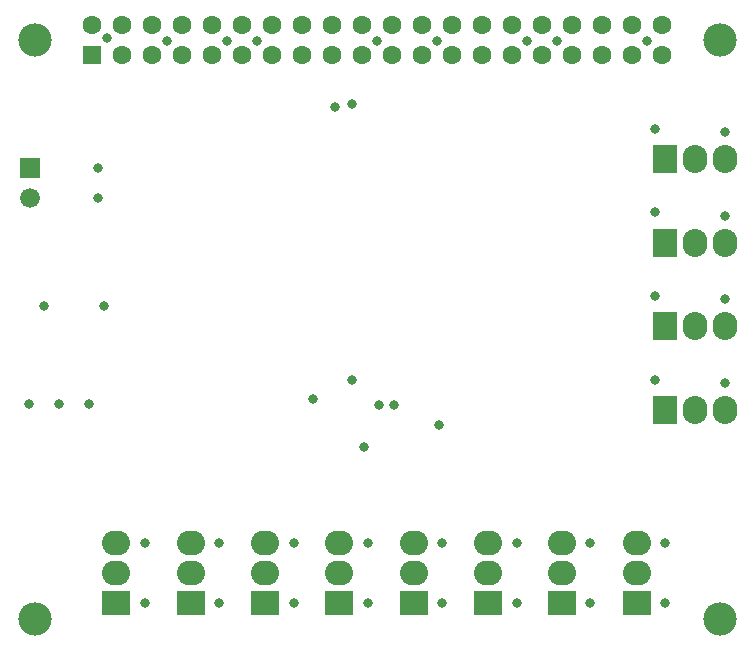
<source format=gbs>
G04 Layer_Color=8150272*
%FSAX24Y24*%
%MOIN*%
G70*
G01*
G75*
%ADD35R,0.0930X0.0830*%
%ADD36O,0.0930X0.0830*%
%ADD37C,0.1113*%
%ADD38C,0.0660*%
%ADD39R,0.0660X0.0660*%
%ADD40R,0.0830X0.0930*%
%ADD41O,0.0830X0.0930*%
%ADD42R,0.0630X0.0630*%
%ADD43C,0.0630*%
%ADD44C,0.0330*%
D35*
X021450Y020750D02*
D03*
X023929D02*
D03*
X031364D02*
D03*
X033843D02*
D03*
X036321D02*
D03*
X026407D02*
D03*
X038800D02*
D03*
X028886D02*
D03*
D36*
X021450Y021750D02*
D03*
Y022750D02*
D03*
X023929Y021750D02*
D03*
Y022750D02*
D03*
X031364Y021750D02*
D03*
Y022750D02*
D03*
X033843Y021750D02*
D03*
Y022750D02*
D03*
X036321Y021750D02*
D03*
Y022750D02*
D03*
X026407Y021750D02*
D03*
Y022750D02*
D03*
X038800Y021750D02*
D03*
Y022750D02*
D03*
X028886Y021750D02*
D03*
Y022750D02*
D03*
D37*
X041563Y020228D02*
D03*
X018728D02*
D03*
X041563Y039519D02*
D03*
X018728D02*
D03*
D38*
X018582Y034250D02*
D03*
D39*
Y035250D02*
D03*
D40*
X039750Y035550D02*
D03*
Y032767D02*
D03*
X039750Y029983D02*
D03*
Y027200D02*
D03*
D41*
X040750Y035550D02*
D03*
X041750D02*
D03*
X040750Y032767D02*
D03*
X041750D02*
D03*
X040750Y029983D02*
D03*
X041750D02*
D03*
X040750Y027200D02*
D03*
X041750D02*
D03*
D42*
X020645Y039019D02*
D03*
D43*
Y040019D02*
D03*
X021645Y039019D02*
D03*
Y040019D02*
D03*
X022645Y039019D02*
D03*
Y040019D02*
D03*
X023645Y039019D02*
D03*
Y040019D02*
D03*
X024645Y039019D02*
D03*
Y040019D02*
D03*
X025645Y039019D02*
D03*
Y040019D02*
D03*
X026645Y039019D02*
D03*
Y040019D02*
D03*
X027645Y039019D02*
D03*
Y040019D02*
D03*
X028645Y039019D02*
D03*
Y040019D02*
D03*
X029645Y039019D02*
D03*
Y040019D02*
D03*
X030645Y039019D02*
D03*
Y040019D02*
D03*
X031645Y039019D02*
D03*
Y040019D02*
D03*
X032645Y039019D02*
D03*
Y040019D02*
D03*
X033645Y039019D02*
D03*
Y040019D02*
D03*
X034645Y039019D02*
D03*
Y040019D02*
D03*
X035645Y039019D02*
D03*
Y040019D02*
D03*
X036645Y039019D02*
D03*
Y040019D02*
D03*
X037645Y039019D02*
D03*
Y040019D02*
D03*
X038645Y039019D02*
D03*
Y040019D02*
D03*
X039645Y039019D02*
D03*
Y040019D02*
D03*
D44*
X028000Y027550D02*
D03*
X029836Y020750D02*
D03*
X041750Y028100D02*
D03*
X039400Y028200D02*
D03*
X041750Y030900D02*
D03*
X039400Y031000D02*
D03*
X029300Y037400D02*
D03*
X028750Y037300D02*
D03*
X029700Y025950D02*
D03*
X030200Y027350D02*
D03*
X030700D02*
D03*
X020550Y027400D02*
D03*
X019550D02*
D03*
X018550D02*
D03*
X041750Y036450D02*
D03*
Y033667D02*
D03*
X022400Y022750D02*
D03*
X024879D02*
D03*
X027357D02*
D03*
X029836D02*
D03*
X022400Y020750D02*
D03*
X024879D02*
D03*
X027357D02*
D03*
X032314D02*
D03*
X034793D02*
D03*
X032314Y022750D02*
D03*
X034793D02*
D03*
X037250D02*
D03*
Y020750D02*
D03*
X039750D02*
D03*
X039750Y022750D02*
D03*
X021050Y030650D02*
D03*
X020850Y034250D02*
D03*
Y035250D02*
D03*
X032200Y026700D02*
D03*
X025150Y039500D02*
D03*
X039150D02*
D03*
X036150D02*
D03*
X035150D02*
D03*
X032150D02*
D03*
X030150D02*
D03*
X026150D02*
D03*
X023150D02*
D03*
X029300Y028200D02*
D03*
X039400Y036550D02*
D03*
Y033800D02*
D03*
X021150Y039600D02*
D03*
X019050Y030650D02*
D03*
M02*

</source>
